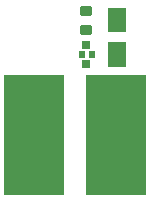
<source format=gbs>
G04 #@! TF.GenerationSoftware,KiCad,Pcbnew,7.0.1*
G04 #@! TF.CreationDate,2023-04-19T15:48:30-07:00*
G04 #@! TF.ProjectId,Stage flood sensor,53746167-6520-4666-9c6f-6f642073656e,rev?*
G04 #@! TF.SameCoordinates,Original*
G04 #@! TF.FileFunction,Soldermask,Bot*
G04 #@! TF.FilePolarity,Negative*
%FSLAX46Y46*%
G04 Gerber Fmt 4.6, Leading zero omitted, Abs format (unit mm)*
G04 Created by KiCad (PCBNEW 7.0.1) date 2023-04-19 15:48:30*
%MOMM*%
%LPD*%
G01*
G04 APERTURE LIST*
G04 Aperture macros list*
%AMRoundRect*
0 Rectangle with rounded corners*
0 $1 Rounding radius*
0 $2 $3 $4 $5 $6 $7 $8 $9 X,Y pos of 4 corners*
0 Add a 4 corners polygon primitive as box body*
4,1,4,$2,$3,$4,$5,$6,$7,$8,$9,$2,$3,0*
0 Add four circle primitives for the rounded corners*
1,1,$1+$1,$2,$3*
1,1,$1+$1,$4,$5*
1,1,$1+$1,$6,$7*
1,1,$1+$1,$8,$9*
0 Add four rect primitives between the rounded corners*
20,1,$1+$1,$2,$3,$4,$5,0*
20,1,$1+$1,$4,$5,$6,$7,0*
20,1,$1+$1,$6,$7,$8,$9,0*
20,1,$1+$1,$8,$9,$2,$3,0*%
%AMFreePoly0*
4,1,16,0.523593,0.794084,0.541603,0.777735,1.041603,0.027735,1.050000,0.000000,1.041603,-0.027735,0.541603,-0.777735,0.523593,-0.794084,0.500000,-0.800000,-0.500000,-0.800000,-0.535355,-0.785355,-0.550000,-0.750000,-0.550000,0.750000,-0.535355,0.785355,-0.500000,0.800000,0.500000,0.800000,0.523593,0.794084,0.523593,0.794084,$1*%
G04 Aperture macros list end*
%ADD10C,0.010000*%
%ADD11RoundRect,0.050000X-2.500000X-5.000000X2.500000X-5.000000X2.500000X5.000000X-2.500000X5.000000X0*%
%ADD12RoundRect,0.050000X2.500000X5.000000X-2.500000X5.000000X-2.500000X-5.000000X2.500000X-5.000000X0*%
%ADD13RoundRect,0.250000X-0.275000X0.200000X-0.275000X-0.200000X0.275000X-0.200000X0.275000X0.200000X0*%
%ADD14RoundRect,0.050000X-0.300000X0.300000X-0.300000X-0.300000X0.300000X-0.300000X0.300000X0.300000X0*%
%ADD15R,1.500000X1.500000*%
%ADD16FreePoly0,90.000000*%
%ADD17FreePoly0,270.000000*%
G04 APERTURE END LIST*
G04 #@! TO.C,C1*
D10*
X101110000Y-137450000D02*
X100660000Y-137450000D01*
X100660000Y-136950000D01*
X101110000Y-136950000D01*
X101110000Y-137450000D01*
G36*
X101110000Y-137450000D02*
G01*
X100660000Y-137450000D01*
X100660000Y-136950000D01*
X101110000Y-136950000D01*
X101110000Y-137450000D01*
G37*
X100260000Y-137450000D02*
X99810000Y-137450000D01*
X99810000Y-136950000D01*
X100260000Y-136950000D01*
X100260000Y-137450000D01*
G36*
X100260000Y-137450000D02*
G01*
X99810000Y-137450000D01*
X99810000Y-136950000D01*
X100260000Y-136950000D01*
X100260000Y-137450000D01*
G37*
G04 #@! TD*
D11*
G04 #@! TO.C,J1*
X103000000Y-144000000D03*
G04 #@! TD*
D12*
G04 #@! TO.C,J2*
X96000000Y-144000000D03*
G04 #@! TD*
D13*
G04 #@! TO.C,R2*
X100450000Y-133500000D03*
X100450000Y-135150000D03*
G04 #@! TD*
D14*
G04 #@! TO.C,C1*
X100460000Y-136400000D03*
X100460000Y-138000000D03*
G04 #@! TD*
D15*
G04 #@! TO.C,JP1*
X103030000Y-136950000D03*
X103030000Y-134550000D03*
D16*
X103030000Y-137750000D03*
D17*
X103030000Y-133750000D03*
G04 #@! TD*
M02*

</source>
